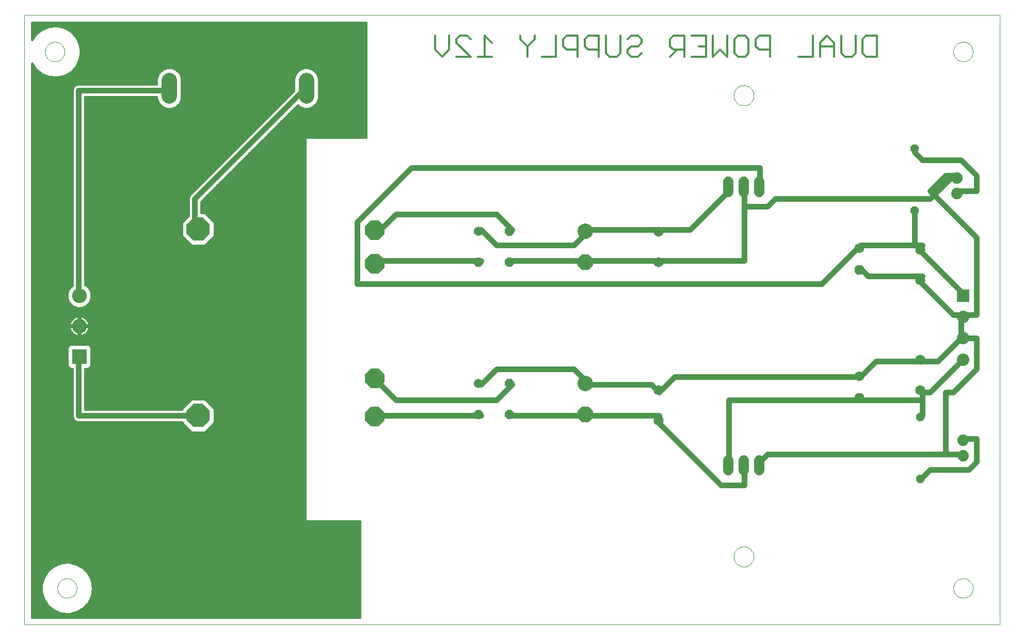
<source format=gbl>
G75*
G70*
%OFA0B0*%
%FSLAX24Y24*%
%IPPOS*%
%LPD*%
%AMOC8*
5,1,8,0,0,1.08239X$1,22.5*
%
%ADD10C,0.0000*%
%ADD11C,0.0120*%
%ADD12C,0.1000*%
%ADD13R,0.0950X0.0950*%
%ADD14C,0.0950*%
%ADD15C,0.0600*%
%ADD16OC8,0.0600*%
%ADD17C,0.1000*%
%ADD18OC8,0.1000*%
%ADD19OC8,0.0630*%
%ADD20C,0.0630*%
%ADD21C,0.0650*%
%ADD22C,0.0740*%
%ADD23OC8,0.0520*%
%ADD24R,0.0800X0.0800*%
%ADD25C,0.0800*%
%ADD26C,0.0660*%
%ADD27OC8,0.1250*%
%ADD28OC8,0.1500*%
%ADD29C,0.0360*%
%ADD30C,0.0160*%
D10*
X000181Y000181D02*
X000181Y039551D01*
X063174Y039551D01*
X063174Y000181D01*
X000181Y000181D01*
X002307Y002544D02*
X002309Y002594D01*
X002315Y002644D01*
X002325Y002693D01*
X002339Y002741D01*
X002356Y002788D01*
X002377Y002833D01*
X002402Y002877D01*
X002430Y002918D01*
X002462Y002957D01*
X002496Y002994D01*
X002533Y003028D01*
X002573Y003058D01*
X002615Y003085D01*
X002659Y003109D01*
X002705Y003130D01*
X002752Y003146D01*
X002800Y003159D01*
X002850Y003168D01*
X002899Y003173D01*
X002950Y003174D01*
X003000Y003171D01*
X003049Y003164D01*
X003098Y003153D01*
X003146Y003138D01*
X003192Y003120D01*
X003237Y003098D01*
X003280Y003072D01*
X003321Y003043D01*
X003360Y003011D01*
X003396Y002976D01*
X003428Y002938D01*
X003458Y002898D01*
X003485Y002855D01*
X003508Y002811D01*
X003527Y002765D01*
X003543Y002717D01*
X003555Y002668D01*
X003563Y002619D01*
X003567Y002569D01*
X003567Y002519D01*
X003563Y002469D01*
X003555Y002420D01*
X003543Y002371D01*
X003527Y002323D01*
X003508Y002277D01*
X003485Y002233D01*
X003458Y002190D01*
X003428Y002150D01*
X003396Y002112D01*
X003360Y002077D01*
X003321Y002045D01*
X003280Y002016D01*
X003237Y001990D01*
X003192Y001968D01*
X003146Y001950D01*
X003098Y001935D01*
X003049Y001924D01*
X003000Y001917D01*
X002950Y001914D01*
X002899Y001915D01*
X002850Y001920D01*
X002800Y001929D01*
X002752Y001942D01*
X002705Y001958D01*
X002659Y001979D01*
X002615Y002003D01*
X002573Y002030D01*
X002533Y002060D01*
X002496Y002094D01*
X002462Y002131D01*
X002430Y002170D01*
X002402Y002211D01*
X002377Y002255D01*
X002356Y002300D01*
X002339Y002347D01*
X002325Y002395D01*
X002315Y002444D01*
X002309Y002494D01*
X002307Y002544D01*
X045988Y004581D02*
X045990Y004631D01*
X045996Y004681D01*
X046006Y004731D01*
X046019Y004779D01*
X046036Y004827D01*
X046057Y004873D01*
X046081Y004917D01*
X046109Y004959D01*
X046140Y004999D01*
X046174Y005036D01*
X046211Y005071D01*
X046250Y005102D01*
X046291Y005131D01*
X046335Y005156D01*
X046381Y005178D01*
X046428Y005196D01*
X046476Y005210D01*
X046525Y005221D01*
X046575Y005228D01*
X046625Y005231D01*
X046676Y005230D01*
X046726Y005225D01*
X046776Y005216D01*
X046824Y005204D01*
X046872Y005187D01*
X046918Y005167D01*
X046963Y005144D01*
X047006Y005117D01*
X047046Y005087D01*
X047084Y005054D01*
X047119Y005018D01*
X047152Y004979D01*
X047181Y004938D01*
X047207Y004895D01*
X047230Y004850D01*
X047249Y004803D01*
X047264Y004755D01*
X047276Y004706D01*
X047284Y004656D01*
X047288Y004606D01*
X047288Y004556D01*
X047284Y004506D01*
X047276Y004456D01*
X047264Y004407D01*
X047249Y004359D01*
X047230Y004312D01*
X047207Y004267D01*
X047181Y004224D01*
X047152Y004183D01*
X047119Y004144D01*
X047084Y004108D01*
X047046Y004075D01*
X047006Y004045D01*
X046963Y004018D01*
X046918Y003995D01*
X046872Y003975D01*
X046824Y003958D01*
X046776Y003946D01*
X046726Y003937D01*
X046676Y003932D01*
X046625Y003931D01*
X046575Y003934D01*
X046525Y003941D01*
X046476Y003952D01*
X046428Y003966D01*
X046381Y003984D01*
X046335Y004006D01*
X046291Y004031D01*
X046250Y004060D01*
X046211Y004091D01*
X046174Y004126D01*
X046140Y004163D01*
X046109Y004203D01*
X046081Y004245D01*
X046057Y004289D01*
X046036Y004335D01*
X046019Y004383D01*
X046006Y004431D01*
X045996Y004481D01*
X045990Y004531D01*
X045988Y004581D01*
X060181Y002544D02*
X060183Y002594D01*
X060189Y002644D01*
X060199Y002693D01*
X060213Y002741D01*
X060230Y002788D01*
X060251Y002833D01*
X060276Y002877D01*
X060304Y002918D01*
X060336Y002957D01*
X060370Y002994D01*
X060407Y003028D01*
X060447Y003058D01*
X060489Y003085D01*
X060533Y003109D01*
X060579Y003130D01*
X060626Y003146D01*
X060674Y003159D01*
X060724Y003168D01*
X060773Y003173D01*
X060824Y003174D01*
X060874Y003171D01*
X060923Y003164D01*
X060972Y003153D01*
X061020Y003138D01*
X061066Y003120D01*
X061111Y003098D01*
X061154Y003072D01*
X061195Y003043D01*
X061234Y003011D01*
X061270Y002976D01*
X061302Y002938D01*
X061332Y002898D01*
X061359Y002855D01*
X061382Y002811D01*
X061401Y002765D01*
X061417Y002717D01*
X061429Y002668D01*
X061437Y002619D01*
X061441Y002569D01*
X061441Y002519D01*
X061437Y002469D01*
X061429Y002420D01*
X061417Y002371D01*
X061401Y002323D01*
X061382Y002277D01*
X061359Y002233D01*
X061332Y002190D01*
X061302Y002150D01*
X061270Y002112D01*
X061234Y002077D01*
X061195Y002045D01*
X061154Y002016D01*
X061111Y001990D01*
X061066Y001968D01*
X061020Y001950D01*
X060972Y001935D01*
X060923Y001924D01*
X060874Y001917D01*
X060824Y001914D01*
X060773Y001915D01*
X060724Y001920D01*
X060674Y001929D01*
X060626Y001942D01*
X060579Y001958D01*
X060533Y001979D01*
X060489Y002003D01*
X060447Y002030D01*
X060407Y002060D01*
X060370Y002094D01*
X060336Y002131D01*
X060304Y002170D01*
X060276Y002211D01*
X060251Y002255D01*
X060230Y002300D01*
X060213Y002347D01*
X060199Y002395D01*
X060189Y002444D01*
X060183Y002494D01*
X060181Y002544D01*
X045988Y034365D02*
X045990Y034415D01*
X045996Y034465D01*
X046006Y034515D01*
X046019Y034563D01*
X046036Y034611D01*
X046057Y034657D01*
X046081Y034701D01*
X046109Y034743D01*
X046140Y034783D01*
X046174Y034820D01*
X046211Y034855D01*
X046250Y034886D01*
X046291Y034915D01*
X046335Y034940D01*
X046381Y034962D01*
X046428Y034980D01*
X046476Y034994D01*
X046525Y035005D01*
X046575Y035012D01*
X046625Y035015D01*
X046676Y035014D01*
X046726Y035009D01*
X046776Y035000D01*
X046824Y034988D01*
X046872Y034971D01*
X046918Y034951D01*
X046963Y034928D01*
X047006Y034901D01*
X047046Y034871D01*
X047084Y034838D01*
X047119Y034802D01*
X047152Y034763D01*
X047181Y034722D01*
X047207Y034679D01*
X047230Y034634D01*
X047249Y034587D01*
X047264Y034539D01*
X047276Y034490D01*
X047284Y034440D01*
X047288Y034390D01*
X047288Y034340D01*
X047284Y034290D01*
X047276Y034240D01*
X047264Y034191D01*
X047249Y034143D01*
X047230Y034096D01*
X047207Y034051D01*
X047181Y034008D01*
X047152Y033967D01*
X047119Y033928D01*
X047084Y033892D01*
X047046Y033859D01*
X047006Y033829D01*
X046963Y033802D01*
X046918Y033779D01*
X046872Y033759D01*
X046824Y033742D01*
X046776Y033730D01*
X046726Y033721D01*
X046676Y033716D01*
X046625Y033715D01*
X046575Y033718D01*
X046525Y033725D01*
X046476Y033736D01*
X046428Y033750D01*
X046381Y033768D01*
X046335Y033790D01*
X046291Y033815D01*
X046250Y033844D01*
X046211Y033875D01*
X046174Y033910D01*
X046140Y033947D01*
X046109Y033987D01*
X046081Y034029D01*
X046057Y034073D01*
X046036Y034119D01*
X046019Y034167D01*
X046006Y034215D01*
X045996Y034265D01*
X045990Y034315D01*
X045988Y034365D01*
X060181Y037189D02*
X060183Y037239D01*
X060189Y037289D01*
X060199Y037338D01*
X060213Y037386D01*
X060230Y037433D01*
X060251Y037478D01*
X060276Y037522D01*
X060304Y037563D01*
X060336Y037602D01*
X060370Y037639D01*
X060407Y037673D01*
X060447Y037703D01*
X060489Y037730D01*
X060533Y037754D01*
X060579Y037775D01*
X060626Y037791D01*
X060674Y037804D01*
X060724Y037813D01*
X060773Y037818D01*
X060824Y037819D01*
X060874Y037816D01*
X060923Y037809D01*
X060972Y037798D01*
X061020Y037783D01*
X061066Y037765D01*
X061111Y037743D01*
X061154Y037717D01*
X061195Y037688D01*
X061234Y037656D01*
X061270Y037621D01*
X061302Y037583D01*
X061332Y037543D01*
X061359Y037500D01*
X061382Y037456D01*
X061401Y037410D01*
X061417Y037362D01*
X061429Y037313D01*
X061437Y037264D01*
X061441Y037214D01*
X061441Y037164D01*
X061437Y037114D01*
X061429Y037065D01*
X061417Y037016D01*
X061401Y036968D01*
X061382Y036922D01*
X061359Y036878D01*
X061332Y036835D01*
X061302Y036795D01*
X061270Y036757D01*
X061234Y036722D01*
X061195Y036690D01*
X061154Y036661D01*
X061111Y036635D01*
X061066Y036613D01*
X061020Y036595D01*
X060972Y036580D01*
X060923Y036569D01*
X060874Y036562D01*
X060824Y036559D01*
X060773Y036560D01*
X060724Y036565D01*
X060674Y036574D01*
X060626Y036587D01*
X060579Y036603D01*
X060533Y036624D01*
X060489Y036648D01*
X060447Y036675D01*
X060407Y036705D01*
X060370Y036739D01*
X060336Y036776D01*
X060304Y036815D01*
X060276Y036856D01*
X060251Y036900D01*
X060230Y036945D01*
X060213Y036992D01*
X060199Y037040D01*
X060189Y037089D01*
X060183Y037139D01*
X060181Y037189D01*
X001520Y037189D02*
X001522Y037239D01*
X001528Y037289D01*
X001538Y037338D01*
X001552Y037386D01*
X001569Y037433D01*
X001590Y037478D01*
X001615Y037522D01*
X001643Y037563D01*
X001675Y037602D01*
X001709Y037639D01*
X001746Y037673D01*
X001786Y037703D01*
X001828Y037730D01*
X001872Y037754D01*
X001918Y037775D01*
X001965Y037791D01*
X002013Y037804D01*
X002063Y037813D01*
X002112Y037818D01*
X002163Y037819D01*
X002213Y037816D01*
X002262Y037809D01*
X002311Y037798D01*
X002359Y037783D01*
X002405Y037765D01*
X002450Y037743D01*
X002493Y037717D01*
X002534Y037688D01*
X002573Y037656D01*
X002609Y037621D01*
X002641Y037583D01*
X002671Y037543D01*
X002698Y037500D01*
X002721Y037456D01*
X002740Y037410D01*
X002756Y037362D01*
X002768Y037313D01*
X002776Y037264D01*
X002780Y037214D01*
X002780Y037164D01*
X002776Y037114D01*
X002768Y037065D01*
X002756Y037016D01*
X002740Y036968D01*
X002721Y036922D01*
X002698Y036878D01*
X002671Y036835D01*
X002641Y036795D01*
X002609Y036757D01*
X002573Y036722D01*
X002534Y036690D01*
X002493Y036661D01*
X002450Y036635D01*
X002405Y036613D01*
X002359Y036595D01*
X002311Y036580D01*
X002262Y036569D01*
X002213Y036562D01*
X002163Y036559D01*
X002112Y036560D01*
X002063Y036565D01*
X002013Y036574D01*
X001965Y036587D01*
X001918Y036603D01*
X001872Y036624D01*
X001828Y036648D01*
X001786Y036675D01*
X001746Y036705D01*
X001709Y036739D01*
X001675Y036776D01*
X001643Y036815D01*
X001615Y036856D01*
X001590Y036900D01*
X001569Y036945D01*
X001552Y036992D01*
X001538Y037040D01*
X001528Y037089D01*
X001522Y037139D01*
X001520Y037189D01*
D11*
X026696Y037316D02*
X027156Y036856D01*
X027617Y037316D01*
X027617Y038237D01*
X028077Y038007D02*
X028307Y038237D01*
X028768Y038237D01*
X028998Y038007D01*
X028077Y038007D02*
X028077Y037776D01*
X028998Y036856D01*
X028077Y036856D01*
X029458Y036856D02*
X030379Y036856D01*
X029919Y036856D02*
X029919Y038237D01*
X030379Y037776D01*
X032221Y038007D02*
X032221Y038237D01*
X032221Y038007D02*
X032681Y037546D01*
X032681Y036856D01*
X032681Y037546D02*
X033141Y038007D01*
X033141Y038237D01*
X034522Y038237D02*
X034522Y036856D01*
X033602Y036856D01*
X034983Y037546D02*
X035213Y037316D01*
X035904Y037316D01*
X035904Y036856D02*
X035904Y038237D01*
X035213Y038237D01*
X034983Y038007D01*
X034983Y037546D01*
X036364Y037546D02*
X036594Y037316D01*
X037285Y037316D01*
X037285Y036856D02*
X037285Y038237D01*
X036594Y038237D01*
X036364Y038007D01*
X036364Y037546D01*
X037745Y037086D02*
X037745Y038237D01*
X038666Y038237D02*
X038666Y037086D01*
X038436Y036856D01*
X037975Y036856D01*
X037745Y037086D01*
X039126Y037086D02*
X039356Y036856D01*
X039817Y036856D01*
X040047Y037086D01*
X039817Y037546D02*
X039356Y037546D01*
X039126Y037316D01*
X039126Y037086D01*
X039817Y037546D02*
X040047Y037776D01*
X040047Y038007D01*
X039817Y038237D01*
X039356Y038237D01*
X039126Y038007D01*
X041889Y038007D02*
X041889Y037546D01*
X042119Y037316D01*
X042809Y037316D01*
X042349Y037316D02*
X041889Y036856D01*
X042809Y036856D02*
X042809Y038237D01*
X042119Y038237D01*
X041889Y038007D01*
X043270Y038237D02*
X044190Y038237D01*
X044190Y036856D01*
X043270Y036856D01*
X043730Y037546D02*
X044190Y037546D01*
X044651Y036856D02*
X044651Y038237D01*
X045572Y038237D02*
X045572Y036856D01*
X045111Y037316D01*
X044651Y036856D01*
X046032Y037086D02*
X046032Y038007D01*
X046262Y038237D01*
X046723Y038237D01*
X046953Y038007D01*
X046953Y037086D01*
X046723Y036856D01*
X046262Y036856D01*
X046032Y037086D01*
X047413Y037546D02*
X047413Y038007D01*
X047643Y038237D01*
X048334Y038237D01*
X048334Y036856D01*
X048334Y037316D02*
X047643Y037316D01*
X047413Y037546D01*
X050175Y036856D02*
X051096Y036856D01*
X051096Y038237D01*
X051556Y037776D02*
X051556Y036856D01*
X052477Y036856D02*
X052477Y037776D01*
X052017Y038237D01*
X051556Y037776D01*
X051556Y037546D02*
X052477Y037546D01*
X052938Y037086D02*
X052938Y038237D01*
X053858Y038237D02*
X053858Y037086D01*
X053628Y036856D01*
X053168Y036856D01*
X052938Y037086D01*
X054319Y037086D02*
X054319Y038007D01*
X054549Y038237D01*
X055240Y038237D01*
X055240Y036856D01*
X054549Y036856D01*
X054319Y037086D01*
X026696Y037316D02*
X026696Y038237D01*
D12*
X018391Y035327D02*
X018391Y034327D01*
X009531Y034327D02*
X009531Y035327D01*
D13*
X003725Y017504D03*
D14*
X003725Y019473D03*
X003725Y021441D03*
D15*
X029496Y025591D03*
X029496Y015748D03*
D16*
X031496Y015748D03*
X031496Y013748D03*
X029496Y013748D03*
X029496Y023591D03*
X031496Y023591D03*
X031496Y025591D03*
D17*
X036402Y025591D03*
X036402Y015748D03*
D18*
X036402Y013748D03*
X036402Y023591D03*
D19*
X054118Y023103D03*
X054118Y014836D03*
D20*
X054118Y016236D03*
X054118Y024503D03*
D21*
X058055Y024394D03*
X058055Y022426D03*
X058055Y017307D03*
X058055Y015339D03*
X041126Y015339D03*
X041126Y013370D03*
X041126Y023607D03*
X041126Y025575D03*
D22*
X060418Y028028D03*
X060418Y029028D03*
X060811Y012099D03*
X060811Y011099D03*
D23*
X058055Y009599D03*
X058055Y013599D03*
X057662Y026922D03*
X057662Y030922D03*
D24*
X060811Y021441D03*
D25*
X060811Y020063D03*
X060811Y018685D03*
X060811Y017307D03*
D26*
X047638Y010811D02*
X047638Y010151D01*
X046638Y010151D02*
X046638Y010811D01*
X045638Y010811D02*
X045638Y010151D01*
X045638Y028135D02*
X045638Y028795D01*
X046638Y028795D02*
X046638Y028135D01*
X047638Y028135D02*
X047638Y028795D01*
D27*
X022818Y025657D03*
X022818Y023490D03*
X022818Y016085D03*
X022818Y013643D03*
D28*
X011403Y013682D03*
X011403Y025736D03*
D29*
X011181Y026181D01*
X011181Y027681D01*
X018181Y034681D01*
X018391Y034827D01*
X025181Y029681D02*
X021681Y026181D01*
X021681Y022181D01*
X051681Y022181D01*
X054181Y024681D01*
X054118Y024503D01*
X054181Y024681D02*
X057681Y024681D01*
X058181Y024681D01*
X058055Y024394D01*
X058181Y024181D01*
X060681Y021681D01*
X060811Y021441D01*
X060681Y020181D02*
X060811Y020063D01*
X061181Y020181D01*
X061681Y020181D01*
X061681Y025181D01*
X058681Y028181D01*
X059681Y029181D01*
X060181Y029181D01*
X060418Y029028D01*
X060181Y029181D02*
X058681Y027681D01*
X048681Y027681D01*
X048181Y027181D01*
X046681Y027181D01*
X046681Y028181D01*
X046638Y028465D01*
X045681Y028181D02*
X045638Y028465D01*
X045681Y028181D02*
X043181Y025681D01*
X041181Y025681D01*
X041126Y025575D01*
X041181Y025681D02*
X036681Y025681D01*
X036402Y025591D01*
X036181Y025181D01*
X035681Y024681D01*
X030681Y024681D01*
X029681Y025681D01*
X029496Y025591D01*
X030681Y026681D02*
X024181Y026681D01*
X023181Y025681D01*
X022818Y025657D01*
X023181Y023681D02*
X022818Y023490D01*
X023181Y023681D02*
X029681Y023681D01*
X029496Y023591D01*
X031496Y023591D02*
X031681Y023681D01*
X036181Y023681D01*
X036402Y023591D01*
X036681Y023681D01*
X041181Y023681D01*
X041126Y023607D01*
X041181Y023681D02*
X046681Y023681D01*
X046681Y027181D01*
X047638Y028465D02*
X047681Y028681D01*
X047681Y029681D01*
X025181Y029681D01*
X030681Y026681D02*
X031681Y025681D01*
X031496Y025591D01*
X030681Y016681D02*
X035681Y016681D01*
X036181Y016181D01*
X036402Y015748D01*
X036681Y015681D01*
X040681Y015681D01*
X041181Y015181D01*
X041126Y015339D01*
X041181Y015181D02*
X042181Y016181D01*
X054181Y016181D01*
X054118Y016236D01*
X054181Y016181D02*
X055181Y017181D01*
X058181Y017181D01*
X058055Y017307D01*
X058181Y017181D02*
X059181Y017181D01*
X060681Y018681D01*
X060811Y018685D01*
X061181Y018681D01*
X061681Y018681D01*
X061681Y016681D01*
X060181Y015181D01*
X059681Y015181D01*
X059681Y011181D01*
X048181Y011181D01*
X047681Y010681D01*
X047638Y010481D01*
X046638Y010481D02*
X046681Y010181D01*
X046681Y009181D01*
X045181Y009181D01*
X041181Y013181D01*
X041126Y013370D01*
X041181Y013681D01*
X036681Y013681D01*
X036402Y013748D01*
X036181Y013681D01*
X031681Y013681D01*
X031496Y013748D01*
X030681Y014681D02*
X024181Y014681D01*
X023181Y015681D01*
X022818Y016085D01*
X023181Y013681D02*
X022818Y013643D01*
X023181Y013681D02*
X029681Y013681D01*
X029496Y013748D01*
X030681Y014681D02*
X031681Y015681D01*
X031496Y015748D01*
X030681Y016681D02*
X029681Y015681D01*
X029496Y015748D01*
X045681Y014681D02*
X045681Y010681D01*
X045638Y010481D01*
X045681Y014681D02*
X054181Y014681D01*
X054118Y014836D01*
X054181Y014681D02*
X058181Y014681D01*
X058181Y013681D01*
X058055Y013599D01*
X058181Y014681D02*
X058181Y015181D01*
X058055Y015339D01*
X058181Y015181D02*
X058681Y015181D01*
X060681Y017181D01*
X060811Y017307D01*
X060681Y018681D02*
X060681Y019681D01*
X060811Y020063D01*
X060681Y020181D02*
X060181Y020181D01*
X058181Y022181D01*
X058055Y022426D01*
X058181Y022681D01*
X054681Y022681D01*
X054181Y023181D01*
X054118Y023103D01*
X057681Y024681D02*
X057681Y026681D01*
X057662Y026922D01*
X060418Y028028D02*
X060681Y028181D01*
X061681Y028181D01*
X061681Y029181D01*
X060681Y030181D01*
X058181Y030181D01*
X057681Y030681D01*
X057662Y030922D01*
X060681Y012181D02*
X060811Y012099D01*
X060681Y012181D02*
X061681Y012181D01*
X061681Y010681D01*
X061181Y010181D01*
X058681Y010181D01*
X058181Y009681D01*
X058055Y009599D01*
X059681Y011181D02*
X060681Y011181D01*
X060811Y011099D01*
X011403Y013682D02*
X011181Y013681D01*
X003681Y013681D01*
X003681Y017181D01*
X003725Y017504D01*
X003725Y021441D02*
X003681Y021681D01*
X003681Y034681D01*
X009181Y034681D01*
X009531Y034827D01*
D30*
X010351Y034902D02*
X017571Y034902D01*
X017571Y034744D02*
X010351Y034744D01*
X010351Y034585D02*
X017491Y034585D01*
X017571Y034665D02*
X010944Y028037D01*
X010825Y027919D01*
X010761Y027765D01*
X010761Y026607D01*
X010333Y026179D01*
X010333Y025292D01*
X010960Y024666D01*
X011846Y024666D01*
X012473Y025292D01*
X012473Y026179D01*
X011846Y026806D01*
X011601Y026806D01*
X011601Y027507D01*
X017826Y033732D01*
X017926Y033632D01*
X018228Y033507D01*
X018554Y033507D01*
X018855Y033632D01*
X019086Y033863D01*
X019211Y034164D01*
X019211Y035490D01*
X019086Y035792D01*
X018855Y036022D01*
X018554Y036147D01*
X018228Y036147D01*
X017926Y036022D01*
X017696Y035792D01*
X017571Y035490D01*
X017571Y034665D01*
X017333Y034427D02*
X010351Y034427D01*
X010351Y034268D02*
X017174Y034268D01*
X017016Y034110D02*
X010328Y034110D01*
X010351Y034164D02*
X010351Y035490D01*
X010226Y035792D01*
X009995Y036022D01*
X009694Y036147D01*
X009368Y036147D01*
X009066Y036022D01*
X008836Y035792D01*
X008711Y035490D01*
X008711Y035101D01*
X003598Y035101D01*
X003444Y035037D01*
X003325Y034919D01*
X003261Y034765D01*
X003261Y034598D01*
X003261Y022102D01*
X003051Y021892D01*
X002930Y021599D01*
X002930Y021283D01*
X003051Y020991D01*
X003274Y020767D01*
X003567Y020646D01*
X003883Y020646D01*
X004175Y020767D01*
X004399Y020991D01*
X004520Y021283D01*
X004520Y021599D01*
X004399Y021892D01*
X004175Y022115D01*
X004101Y022146D01*
X004101Y034261D01*
X008711Y034261D01*
X008711Y034164D01*
X008836Y033863D01*
X009066Y033632D01*
X009368Y033507D01*
X009694Y033507D01*
X009995Y033632D01*
X010226Y033863D01*
X010351Y034164D01*
X010263Y033951D02*
X016857Y033951D01*
X016699Y033793D02*
X010156Y033793D01*
X009998Y033634D02*
X016540Y033634D01*
X016382Y033476D02*
X004101Y033476D01*
X004101Y033634D02*
X009064Y033634D01*
X008906Y033793D02*
X004101Y033793D01*
X004101Y033951D02*
X008799Y033951D01*
X008733Y034110D02*
X004101Y034110D01*
X003261Y034110D02*
X000661Y034110D01*
X000661Y034268D02*
X003261Y034268D01*
X003261Y034427D02*
X000661Y034427D01*
X000661Y034585D02*
X003261Y034585D01*
X003261Y034744D02*
X000661Y034744D01*
X000661Y034902D02*
X003318Y034902D01*
X003500Y035061D02*
X000661Y035061D01*
X000661Y035219D02*
X008711Y035219D01*
X008711Y035378D02*
X000661Y035378D01*
X000661Y035537D02*
X001974Y035537D01*
X001776Y035551D02*
X002275Y035514D01*
X002275Y035514D01*
X002764Y035625D01*
X003197Y035876D01*
X003197Y035876D01*
X003538Y036243D01*
X003755Y036694D01*
X003830Y037189D01*
X003755Y037684D01*
X003755Y037684D01*
X003538Y038136D01*
X003197Y038503D01*
X002764Y038753D01*
X002764Y038753D01*
X002275Y038865D01*
X001776Y038827D01*
X001310Y038644D01*
X001310Y038644D01*
X000918Y038332D01*
X000661Y037955D01*
X000661Y039071D01*
X022229Y039071D01*
X022229Y031677D01*
X018292Y031677D01*
X018292Y006874D01*
X021835Y006874D01*
X021835Y000661D01*
X000661Y000661D01*
X000661Y036424D01*
X000918Y036047D01*
X001310Y035734D01*
X001776Y035551D01*
X001776Y035551D01*
X001410Y035695D02*
X000661Y035695D01*
X000661Y035854D02*
X001160Y035854D01*
X001310Y035734D02*
X001310Y035734D01*
X000961Y036012D02*
X000661Y036012D01*
X000661Y036171D02*
X000834Y036171D01*
X000918Y036047D02*
X000918Y036047D01*
X000726Y036329D02*
X000661Y036329D01*
X002374Y035537D02*
X008730Y035537D01*
X008796Y035695D02*
X002884Y035695D01*
X002764Y035625D02*
X002764Y035625D01*
X003159Y035854D02*
X008898Y035854D01*
X009056Y036012D02*
X003324Y036012D01*
X003471Y036171D02*
X022229Y036171D01*
X022229Y036329D02*
X003580Y036329D01*
X003538Y036243D02*
X003538Y036243D01*
X003656Y036488D02*
X022229Y036488D01*
X022229Y036646D02*
X003732Y036646D01*
X003755Y036694D02*
X003755Y036694D01*
X003772Y036805D02*
X022229Y036805D01*
X022229Y036963D02*
X003796Y036963D01*
X003820Y037122D02*
X022229Y037122D01*
X022229Y037281D02*
X003816Y037281D01*
X003792Y037439D02*
X022229Y037439D01*
X022229Y037598D02*
X003768Y037598D01*
X003721Y037756D02*
X022229Y037756D01*
X022229Y037915D02*
X003644Y037915D01*
X003568Y038073D02*
X022229Y038073D01*
X022229Y038232D02*
X003449Y038232D01*
X003538Y038136D02*
X003538Y038136D01*
X003302Y038390D02*
X022229Y038390D01*
X022229Y038549D02*
X003117Y038549D01*
X003197Y038503D02*
X003197Y038503D01*
X002843Y038707D02*
X022229Y038707D01*
X022229Y038866D02*
X000661Y038866D01*
X000661Y038707D02*
X001471Y038707D01*
X001190Y038549D02*
X000661Y038549D01*
X000661Y038390D02*
X000992Y038390D01*
X000918Y038332D02*
X000918Y038332D01*
X000850Y038232D02*
X000661Y038232D01*
X000661Y038073D02*
X000742Y038073D01*
X001776Y038827D02*
X001776Y038827D01*
X002275Y038865D02*
X002275Y038865D01*
X000661Y039025D02*
X022229Y039025D01*
X022229Y036012D02*
X018865Y036012D01*
X019024Y035854D02*
X022229Y035854D01*
X022229Y035695D02*
X019126Y035695D01*
X019192Y035537D02*
X022229Y035537D01*
X022229Y035378D02*
X019211Y035378D01*
X019211Y035219D02*
X022229Y035219D01*
X022229Y035061D02*
X019211Y035061D01*
X019211Y034902D02*
X022229Y034902D01*
X022229Y034744D02*
X019211Y034744D01*
X019211Y034585D02*
X022229Y034585D01*
X022229Y034427D02*
X019211Y034427D01*
X019211Y034268D02*
X022229Y034268D01*
X022229Y034110D02*
X019188Y034110D01*
X019123Y033951D02*
X022229Y033951D01*
X022229Y033793D02*
X019016Y033793D01*
X018858Y033634D02*
X022229Y033634D01*
X022229Y033476D02*
X017569Y033476D01*
X017728Y033634D02*
X017924Y033634D01*
X017411Y033317D02*
X022229Y033317D01*
X022229Y033158D02*
X017252Y033158D01*
X017094Y033000D02*
X022229Y033000D01*
X022229Y032841D02*
X016935Y032841D01*
X016777Y032683D02*
X022229Y032683D01*
X022229Y032524D02*
X016618Y032524D01*
X016460Y032366D02*
X022229Y032366D01*
X022229Y032207D02*
X016301Y032207D01*
X016143Y032049D02*
X022229Y032049D01*
X022229Y031890D02*
X015984Y031890D01*
X015825Y031732D02*
X022229Y031732D01*
X018292Y031573D02*
X015667Y031573D01*
X015508Y031414D02*
X018292Y031414D01*
X018292Y031256D02*
X015350Y031256D01*
X015191Y031097D02*
X018292Y031097D01*
X018292Y030939D02*
X015033Y030939D01*
X014874Y030780D02*
X018292Y030780D01*
X018292Y030622D02*
X014716Y030622D01*
X014557Y030463D02*
X018292Y030463D01*
X018292Y030305D02*
X014399Y030305D01*
X014240Y030146D02*
X018292Y030146D01*
X018292Y029988D02*
X014081Y029988D01*
X013923Y029829D02*
X018292Y029829D01*
X018292Y029670D02*
X013764Y029670D01*
X013606Y029512D02*
X018292Y029512D01*
X018292Y029353D02*
X013447Y029353D01*
X013289Y029195D02*
X018292Y029195D01*
X018292Y029036D02*
X013130Y029036D01*
X012972Y028878D02*
X018292Y028878D01*
X018292Y028719D02*
X012813Y028719D01*
X012655Y028561D02*
X018292Y028561D01*
X018292Y028402D02*
X012496Y028402D01*
X012337Y028244D02*
X018292Y028244D01*
X018292Y028085D02*
X012179Y028085D01*
X012020Y027926D02*
X018292Y027926D01*
X018292Y027768D02*
X011862Y027768D01*
X011703Y027609D02*
X018292Y027609D01*
X018292Y027451D02*
X011601Y027451D01*
X011601Y027292D02*
X018292Y027292D01*
X018292Y027134D02*
X011601Y027134D01*
X011601Y026975D02*
X018292Y026975D01*
X018292Y026817D02*
X011601Y026817D01*
X011994Y026658D02*
X018292Y026658D01*
X018292Y026500D02*
X012152Y026500D01*
X012311Y026341D02*
X018292Y026341D01*
X018292Y026183D02*
X012469Y026183D01*
X012473Y026024D02*
X018292Y026024D01*
X018292Y025865D02*
X012473Y025865D01*
X012473Y025707D02*
X018292Y025707D01*
X018292Y025548D02*
X012473Y025548D01*
X012473Y025390D02*
X018292Y025390D01*
X018292Y025231D02*
X012412Y025231D01*
X012253Y025073D02*
X018292Y025073D01*
X018292Y024914D02*
X012095Y024914D01*
X011936Y024756D02*
X018292Y024756D01*
X018292Y024597D02*
X004101Y024597D01*
X004101Y024439D02*
X018292Y024439D01*
X018292Y024280D02*
X004101Y024280D01*
X004101Y024121D02*
X018292Y024121D01*
X018292Y023963D02*
X004101Y023963D01*
X004101Y023804D02*
X018292Y023804D01*
X018292Y023646D02*
X004101Y023646D01*
X004101Y023487D02*
X018292Y023487D01*
X018292Y023329D02*
X004101Y023329D01*
X004101Y023170D02*
X018292Y023170D01*
X018292Y023012D02*
X004101Y023012D01*
X004101Y022853D02*
X018292Y022853D01*
X018292Y022695D02*
X004101Y022695D01*
X004101Y022536D02*
X018292Y022536D01*
X018292Y022377D02*
X004101Y022377D01*
X004101Y022219D02*
X018292Y022219D01*
X018292Y022060D02*
X004230Y022060D01*
X004388Y021902D02*
X018292Y021902D01*
X018292Y021743D02*
X004460Y021743D01*
X004520Y021585D02*
X018292Y021585D01*
X018292Y021426D02*
X004520Y021426D01*
X004513Y021268D02*
X018292Y021268D01*
X018292Y021109D02*
X004448Y021109D01*
X004358Y020951D02*
X018292Y020951D01*
X018292Y020792D02*
X004200Y020792D01*
X003250Y020792D02*
X000661Y020792D01*
X000661Y020634D02*
X018292Y020634D01*
X018292Y020475D02*
X000661Y020475D01*
X000661Y020316D02*
X018292Y020316D01*
X018292Y020158D02*
X000661Y020158D01*
X000661Y019999D02*
X003335Y019999D01*
X003360Y020019D02*
X003292Y019966D01*
X003231Y019906D01*
X003179Y019837D01*
X003136Y019763D01*
X003103Y019684D01*
X003081Y019601D01*
X003070Y019521D01*
X003676Y019521D01*
X003676Y019425D01*
X003070Y019425D01*
X003081Y019345D01*
X003103Y019262D01*
X003136Y019182D01*
X003179Y019108D01*
X003231Y019040D01*
X003292Y018979D01*
X003360Y018927D01*
X003434Y018884D01*
X003514Y018851D01*
X003597Y018829D01*
X003677Y018818D01*
X003677Y019425D01*
X003773Y019425D01*
X003773Y019521D01*
X004379Y019521D01*
X004368Y019601D01*
X004346Y019684D01*
X004313Y019763D01*
X004270Y019837D01*
X004218Y019906D01*
X004157Y019966D01*
X004089Y020019D01*
X004015Y020061D01*
X003936Y020094D01*
X003853Y020116D01*
X003773Y020127D01*
X003773Y019521D01*
X003677Y019521D01*
X003677Y020127D01*
X003597Y020116D01*
X003514Y020094D01*
X003434Y020061D01*
X003360Y020019D01*
X003182Y019841D02*
X000661Y019841D01*
X000661Y019682D02*
X003103Y019682D01*
X003071Y019524D02*
X000661Y019524D01*
X000661Y019365D02*
X003078Y019365D01*
X003126Y019207D02*
X000661Y019207D01*
X000661Y019048D02*
X003225Y019048D01*
X003425Y018890D02*
X000661Y018890D01*
X000661Y018731D02*
X018292Y018731D01*
X018292Y018890D02*
X004024Y018890D01*
X004015Y018884D02*
X004089Y018927D01*
X004157Y018979D01*
X004218Y019040D01*
X004270Y019108D01*
X004313Y019182D01*
X004346Y019262D01*
X004368Y019345D01*
X004379Y019425D01*
X003773Y019425D01*
X003773Y018818D01*
X003853Y018829D01*
X003936Y018851D01*
X004015Y018884D01*
X003773Y018890D02*
X003677Y018890D01*
X003677Y019048D02*
X003773Y019048D01*
X003773Y019207D02*
X003677Y019207D01*
X003677Y019365D02*
X003773Y019365D01*
X003773Y019524D02*
X003677Y019524D01*
X003677Y019682D02*
X003773Y019682D01*
X003773Y019841D02*
X003677Y019841D01*
X003677Y019999D02*
X003773Y019999D01*
X004114Y019999D02*
X018292Y019999D01*
X018292Y019841D02*
X004268Y019841D01*
X004347Y019682D02*
X018292Y019682D01*
X018292Y019524D02*
X004379Y019524D01*
X004371Y019365D02*
X018292Y019365D01*
X018292Y019207D02*
X004323Y019207D01*
X004224Y019048D02*
X018292Y019048D01*
X018292Y018572D02*
X000661Y018572D01*
X000661Y018414D02*
X018292Y018414D01*
X018292Y018255D02*
X004369Y018255D01*
X004381Y018251D02*
X004263Y018299D01*
X003186Y018299D01*
X003068Y018251D01*
X002978Y018161D01*
X002930Y018043D01*
X002930Y016966D01*
X002978Y016848D01*
X003068Y016758D01*
X003186Y016709D01*
X003261Y016709D01*
X003261Y013765D01*
X003261Y013598D01*
X003325Y013444D01*
X003444Y013325D01*
X003598Y013261D01*
X010333Y013261D01*
X010333Y013239D01*
X010960Y012612D01*
X011846Y012612D01*
X012473Y013239D01*
X012473Y014126D01*
X011846Y014752D01*
X010960Y014752D01*
X010333Y014126D01*
X010333Y014101D01*
X004101Y014101D01*
X004101Y016709D01*
X004263Y016709D01*
X004381Y016758D01*
X004471Y016848D01*
X004520Y016966D01*
X004520Y018043D01*
X004471Y018161D01*
X004381Y018251D01*
X004497Y018097D02*
X018292Y018097D01*
X018292Y017938D02*
X004520Y017938D01*
X004520Y017780D02*
X018292Y017780D01*
X018292Y017621D02*
X004520Y017621D01*
X004520Y017463D02*
X018292Y017463D01*
X018292Y017304D02*
X004520Y017304D01*
X004520Y017146D02*
X018292Y017146D01*
X018292Y016987D02*
X004520Y016987D01*
X004451Y016828D02*
X018292Y016828D01*
X018292Y016670D02*
X004101Y016670D01*
X004101Y016511D02*
X018292Y016511D01*
X018292Y016353D02*
X004101Y016353D01*
X004101Y016194D02*
X018292Y016194D01*
X018292Y016036D02*
X004101Y016036D01*
X004101Y015877D02*
X018292Y015877D01*
X018292Y015719D02*
X004101Y015719D01*
X004101Y015560D02*
X018292Y015560D01*
X018292Y015402D02*
X004101Y015402D01*
X004101Y015243D02*
X018292Y015243D01*
X018292Y015084D02*
X004101Y015084D01*
X004101Y014926D02*
X018292Y014926D01*
X018292Y014767D02*
X004101Y014767D01*
X004101Y014609D02*
X010816Y014609D01*
X010658Y014450D02*
X004101Y014450D01*
X004101Y014292D02*
X010499Y014292D01*
X010341Y014133D02*
X004101Y014133D01*
X003261Y014133D02*
X000661Y014133D01*
X000661Y013975D02*
X003261Y013975D01*
X003261Y013816D02*
X000661Y013816D01*
X000661Y013658D02*
X003261Y013658D01*
X003302Y013499D02*
X000661Y013499D01*
X000661Y013341D02*
X003428Y013341D01*
X003261Y014292D02*
X000661Y014292D01*
X000661Y014450D02*
X003261Y014450D01*
X003261Y014609D02*
X000661Y014609D01*
X000661Y014767D02*
X003261Y014767D01*
X003261Y014926D02*
X000661Y014926D01*
X000661Y015084D02*
X003261Y015084D01*
X003261Y015243D02*
X000661Y015243D01*
X000661Y015402D02*
X003261Y015402D01*
X003261Y015560D02*
X000661Y015560D01*
X000661Y015719D02*
X003261Y015719D01*
X003261Y015877D02*
X000661Y015877D01*
X000661Y016036D02*
X003261Y016036D01*
X003261Y016194D02*
X000661Y016194D01*
X000661Y016353D02*
X003261Y016353D01*
X003261Y016511D02*
X000661Y016511D01*
X000661Y016670D02*
X003261Y016670D01*
X002998Y016828D02*
X000661Y016828D01*
X000661Y016987D02*
X002930Y016987D01*
X002930Y017146D02*
X000661Y017146D01*
X000661Y017304D02*
X002930Y017304D01*
X002930Y017463D02*
X000661Y017463D01*
X000661Y017621D02*
X002930Y017621D01*
X002930Y017780D02*
X000661Y017780D01*
X000661Y017938D02*
X002930Y017938D01*
X002952Y018097D02*
X000661Y018097D01*
X000661Y018255D02*
X003080Y018255D01*
X003091Y020951D02*
X000661Y020951D01*
X000661Y021109D02*
X003002Y021109D01*
X002936Y021268D02*
X000661Y021268D01*
X000661Y021426D02*
X002930Y021426D01*
X002930Y021585D02*
X000661Y021585D01*
X000661Y021743D02*
X002989Y021743D01*
X003061Y021902D02*
X000661Y021902D01*
X000661Y022060D02*
X003220Y022060D01*
X003261Y022219D02*
X000661Y022219D01*
X000661Y022377D02*
X003261Y022377D01*
X003261Y022536D02*
X000661Y022536D01*
X000661Y022695D02*
X003261Y022695D01*
X003261Y022853D02*
X000661Y022853D01*
X000661Y023012D02*
X003261Y023012D01*
X003261Y023170D02*
X000661Y023170D01*
X000661Y023329D02*
X003261Y023329D01*
X003261Y023487D02*
X000661Y023487D01*
X000661Y023646D02*
X003261Y023646D01*
X003261Y023804D02*
X000661Y023804D01*
X000661Y023963D02*
X003261Y023963D01*
X003261Y024121D02*
X000661Y024121D01*
X000661Y024280D02*
X003261Y024280D01*
X003261Y024439D02*
X000661Y024439D01*
X000661Y024597D02*
X003261Y024597D01*
X003261Y024756D02*
X000661Y024756D01*
X000661Y024914D02*
X003261Y024914D01*
X003261Y025073D02*
X000661Y025073D01*
X000661Y025231D02*
X003261Y025231D01*
X003261Y025390D02*
X000661Y025390D01*
X000661Y025548D02*
X003261Y025548D01*
X003261Y025707D02*
X000661Y025707D01*
X000661Y025865D02*
X003261Y025865D01*
X003261Y026024D02*
X000661Y026024D01*
X000661Y026183D02*
X003261Y026183D01*
X003261Y026341D02*
X000661Y026341D01*
X000661Y026500D02*
X003261Y026500D01*
X003261Y026658D02*
X000661Y026658D01*
X000661Y026817D02*
X003261Y026817D01*
X003261Y026975D02*
X000661Y026975D01*
X000661Y027134D02*
X003261Y027134D01*
X003261Y027292D02*
X000661Y027292D01*
X000661Y027451D02*
X003261Y027451D01*
X003261Y027609D02*
X000661Y027609D01*
X000661Y027768D02*
X003261Y027768D01*
X003261Y027926D02*
X000661Y027926D01*
X000661Y028085D02*
X003261Y028085D01*
X003261Y028244D02*
X000661Y028244D01*
X000661Y028402D02*
X003261Y028402D01*
X003261Y028561D02*
X000661Y028561D01*
X000661Y028719D02*
X003261Y028719D01*
X003261Y028878D02*
X000661Y028878D01*
X000661Y029036D02*
X003261Y029036D01*
X003261Y029195D02*
X000661Y029195D01*
X000661Y029353D02*
X003261Y029353D01*
X003261Y029512D02*
X000661Y029512D01*
X000661Y029670D02*
X003261Y029670D01*
X003261Y029829D02*
X000661Y029829D01*
X000661Y029988D02*
X003261Y029988D01*
X003261Y030146D02*
X000661Y030146D01*
X000661Y030305D02*
X003261Y030305D01*
X003261Y030463D02*
X000661Y030463D01*
X000661Y030622D02*
X003261Y030622D01*
X003261Y030780D02*
X000661Y030780D01*
X000661Y030939D02*
X003261Y030939D01*
X003261Y031097D02*
X000661Y031097D01*
X000661Y031256D02*
X003261Y031256D01*
X003261Y031414D02*
X000661Y031414D01*
X000661Y031573D02*
X003261Y031573D01*
X003261Y031732D02*
X000661Y031732D01*
X000661Y031890D02*
X003261Y031890D01*
X003261Y032049D02*
X000661Y032049D01*
X000661Y032207D02*
X003261Y032207D01*
X003261Y032366D02*
X000661Y032366D01*
X000661Y032524D02*
X003261Y032524D01*
X003261Y032683D02*
X000661Y032683D01*
X000661Y032841D02*
X003261Y032841D01*
X003261Y033000D02*
X000661Y033000D01*
X000661Y033158D02*
X003261Y033158D01*
X003261Y033317D02*
X000661Y033317D01*
X000661Y033476D02*
X003261Y033476D01*
X003261Y033634D02*
X000661Y033634D01*
X000661Y033793D02*
X003261Y033793D01*
X003261Y033951D02*
X000661Y033951D01*
X004101Y033317D02*
X016223Y033317D01*
X016064Y033158D02*
X004101Y033158D01*
X004101Y033000D02*
X015906Y033000D01*
X015747Y032841D02*
X004101Y032841D01*
X004101Y032683D02*
X015589Y032683D01*
X015430Y032524D02*
X004101Y032524D01*
X004101Y032366D02*
X015272Y032366D01*
X015113Y032207D02*
X004101Y032207D01*
X004101Y032049D02*
X014955Y032049D01*
X014796Y031890D02*
X004101Y031890D01*
X004101Y031732D02*
X014638Y031732D01*
X014479Y031573D02*
X004101Y031573D01*
X004101Y031414D02*
X014321Y031414D01*
X014162Y031256D02*
X004101Y031256D01*
X004101Y031097D02*
X014003Y031097D01*
X013845Y030939D02*
X004101Y030939D01*
X004101Y030780D02*
X013686Y030780D01*
X013528Y030622D02*
X004101Y030622D01*
X004101Y030463D02*
X013369Y030463D01*
X013211Y030305D02*
X004101Y030305D01*
X004101Y030146D02*
X013052Y030146D01*
X012894Y029988D02*
X004101Y029988D01*
X004101Y029829D02*
X012735Y029829D01*
X012577Y029670D02*
X004101Y029670D01*
X004101Y029512D02*
X012418Y029512D01*
X012259Y029353D02*
X004101Y029353D01*
X004101Y029195D02*
X012101Y029195D01*
X011942Y029036D02*
X004101Y029036D01*
X004101Y028878D02*
X011784Y028878D01*
X011625Y028719D02*
X004101Y028719D01*
X004101Y028561D02*
X011467Y028561D01*
X011308Y028402D02*
X004101Y028402D01*
X004101Y028244D02*
X011150Y028244D01*
X010991Y028085D02*
X004101Y028085D01*
X004101Y027926D02*
X010833Y027926D01*
X010763Y027768D02*
X004101Y027768D01*
X004101Y027609D02*
X010761Y027609D01*
X010761Y027451D02*
X004101Y027451D01*
X004101Y027292D02*
X010761Y027292D01*
X010761Y027134D02*
X004101Y027134D01*
X004101Y026975D02*
X010761Y026975D01*
X010761Y026817D02*
X004101Y026817D01*
X004101Y026658D02*
X010761Y026658D01*
X010654Y026500D02*
X004101Y026500D01*
X004101Y026341D02*
X010495Y026341D01*
X010337Y026183D02*
X004101Y026183D01*
X004101Y026024D02*
X010333Y026024D01*
X010333Y025865D02*
X004101Y025865D01*
X004101Y025707D02*
X010333Y025707D01*
X010333Y025548D02*
X004101Y025548D01*
X004101Y025390D02*
X010333Y025390D01*
X010394Y025231D02*
X004101Y025231D01*
X004101Y025073D02*
X010553Y025073D01*
X010711Y024914D02*
X004101Y024914D01*
X004101Y024756D02*
X010870Y024756D01*
X011990Y014609D02*
X018292Y014609D01*
X018292Y014450D02*
X012148Y014450D01*
X012307Y014292D02*
X018292Y014292D01*
X018292Y014133D02*
X012465Y014133D01*
X012473Y013975D02*
X018292Y013975D01*
X018292Y013816D02*
X012473Y013816D01*
X012473Y013658D02*
X018292Y013658D01*
X018292Y013499D02*
X012473Y013499D01*
X012473Y013341D02*
X018292Y013341D01*
X018292Y013182D02*
X012416Y013182D01*
X012257Y013023D02*
X018292Y013023D01*
X018292Y012865D02*
X012099Y012865D01*
X011940Y012706D02*
X018292Y012706D01*
X018292Y012548D02*
X000661Y012548D01*
X000661Y012706D02*
X010866Y012706D01*
X010707Y012865D02*
X000661Y012865D01*
X000661Y013023D02*
X010549Y013023D01*
X010390Y013182D02*
X000661Y013182D01*
X000661Y012389D02*
X018292Y012389D01*
X018292Y012231D02*
X000661Y012231D01*
X000661Y012072D02*
X018292Y012072D01*
X018292Y011914D02*
X000661Y011914D01*
X000661Y011755D02*
X018292Y011755D01*
X018292Y011597D02*
X000661Y011597D01*
X000661Y011438D02*
X018292Y011438D01*
X018292Y011279D02*
X000661Y011279D01*
X000661Y011121D02*
X018292Y011121D01*
X018292Y010962D02*
X000661Y010962D01*
X000661Y010804D02*
X018292Y010804D01*
X018292Y010645D02*
X000661Y010645D01*
X000661Y010487D02*
X018292Y010487D01*
X018292Y010328D02*
X000661Y010328D01*
X000661Y010170D02*
X018292Y010170D01*
X018292Y010011D02*
X000661Y010011D01*
X000661Y009853D02*
X018292Y009853D01*
X018292Y009694D02*
X000661Y009694D01*
X000661Y009535D02*
X018292Y009535D01*
X018292Y009377D02*
X000661Y009377D01*
X000661Y009218D02*
X018292Y009218D01*
X018292Y009060D02*
X000661Y009060D01*
X000661Y008901D02*
X018292Y008901D01*
X018292Y008743D02*
X000661Y008743D01*
X000661Y008584D02*
X018292Y008584D01*
X018292Y008426D02*
X000661Y008426D01*
X000661Y008267D02*
X018292Y008267D01*
X018292Y008109D02*
X000661Y008109D01*
X000661Y007950D02*
X018292Y007950D01*
X018292Y007791D02*
X000661Y007791D01*
X000661Y007633D02*
X018292Y007633D01*
X018292Y007474D02*
X000661Y007474D01*
X000661Y007316D02*
X018292Y007316D01*
X018292Y007157D02*
X000661Y007157D01*
X000661Y006999D02*
X018292Y006999D01*
X021835Y006840D02*
X000661Y006840D01*
X000661Y006682D02*
X021835Y006682D01*
X021835Y006523D02*
X000661Y006523D01*
X000661Y006365D02*
X021835Y006365D01*
X021835Y006206D02*
X000661Y006206D01*
X000661Y006048D02*
X021835Y006048D01*
X021835Y005889D02*
X000661Y005889D01*
X000661Y005730D02*
X021835Y005730D01*
X021835Y005572D02*
X000661Y005572D01*
X000661Y005413D02*
X021835Y005413D01*
X021835Y005255D02*
X000661Y005255D01*
X000661Y005096D02*
X021835Y005096D01*
X021835Y004938D02*
X000661Y004938D01*
X000661Y004779D02*
X021835Y004779D01*
X021835Y004621D02*
X000661Y004621D01*
X000661Y004462D02*
X021835Y004462D01*
X021835Y004304D02*
X000661Y004304D01*
X000661Y004145D02*
X002471Y004145D01*
X002563Y004181D02*
X002097Y003999D01*
X001706Y003686D01*
X001424Y003273D01*
X001424Y003272D01*
X001276Y002794D01*
X001276Y002293D01*
X001424Y001815D01*
X001424Y001815D01*
X001706Y001401D01*
X002097Y001089D01*
X002097Y001089D01*
X002563Y000906D01*
X002564Y000906D01*
X003063Y000868D01*
X003551Y000980D01*
X003985Y001230D01*
X003985Y001230D01*
X003985Y001230D01*
X004325Y001597D01*
X004325Y001597D01*
X004543Y002048D01*
X004543Y002048D01*
X004617Y002544D01*
X004543Y003039D01*
X004325Y003490D01*
X003985Y003857D01*
X003985Y003857D01*
X003551Y004107D01*
X003063Y004219D01*
X003063Y004219D01*
X002564Y004181D01*
X002563Y004181D01*
X002097Y003999D02*
X002097Y003999D01*
X002082Y003986D02*
X000661Y003986D01*
X000661Y003828D02*
X001883Y003828D01*
X001706Y003686D02*
X001706Y003686D01*
X001706Y003686D01*
X001694Y003669D02*
X000661Y003669D01*
X000661Y003511D02*
X001586Y003511D01*
X001478Y003352D02*
X000661Y003352D01*
X000661Y003194D02*
X001399Y003194D01*
X001351Y003035D02*
X000661Y003035D01*
X000661Y002877D02*
X001302Y002877D01*
X001276Y002794D02*
X001276Y002794D01*
X001276Y002718D02*
X000661Y002718D01*
X000661Y002560D02*
X001276Y002560D01*
X001276Y002401D02*
X000661Y002401D01*
X000661Y002242D02*
X001292Y002242D01*
X001276Y002293D02*
X001276Y002293D01*
X001341Y002084D02*
X000661Y002084D01*
X000661Y001925D02*
X001390Y001925D01*
X001456Y001767D02*
X000661Y001767D01*
X000661Y001608D02*
X001564Y001608D01*
X001672Y001450D02*
X000661Y001450D01*
X000661Y001291D02*
X001843Y001291D01*
X001706Y001401D02*
X001706Y001401D01*
X001706Y001401D01*
X002042Y001133D02*
X000661Y001133D01*
X000661Y000974D02*
X002389Y000974D01*
X003063Y000868D02*
X003063Y000868D01*
X003526Y000974D02*
X021835Y000974D01*
X021835Y000816D02*
X000661Y000816D01*
X003551Y000980D02*
X003551Y000980D01*
X003816Y001133D02*
X021835Y001133D01*
X021835Y001291D02*
X004041Y001291D01*
X004189Y001450D02*
X021835Y001450D01*
X021835Y001608D02*
X004331Y001608D01*
X004407Y001767D02*
X021835Y001767D01*
X021835Y001925D02*
X004483Y001925D01*
X004548Y002084D02*
X021835Y002084D01*
X021835Y002242D02*
X004572Y002242D01*
X004596Y002401D02*
X021835Y002401D01*
X021835Y002560D02*
X004615Y002560D01*
X004591Y002718D02*
X021835Y002718D01*
X021835Y002877D02*
X004567Y002877D01*
X004543Y003035D02*
X021835Y003035D01*
X021835Y003194D02*
X004468Y003194D01*
X004543Y003039D02*
X004543Y003039D01*
X004392Y003352D02*
X021835Y003352D01*
X021835Y003511D02*
X004306Y003511D01*
X004325Y003490D02*
X004325Y003490D01*
X004159Y003669D02*
X021835Y003669D01*
X021835Y003828D02*
X004012Y003828D01*
X003761Y003986D02*
X021835Y003986D01*
X021835Y004145D02*
X003387Y004145D01*
X003551Y004107D02*
X003551Y004107D01*
X010351Y035061D02*
X017571Y035061D01*
X017571Y035219D02*
X010351Y035219D01*
X010351Y035378D02*
X017571Y035378D01*
X017590Y035537D02*
X010332Y035537D01*
X010266Y035695D02*
X017656Y035695D01*
X017758Y035854D02*
X010164Y035854D01*
X010005Y036012D02*
X017916Y036012D01*
M02*

</source>
